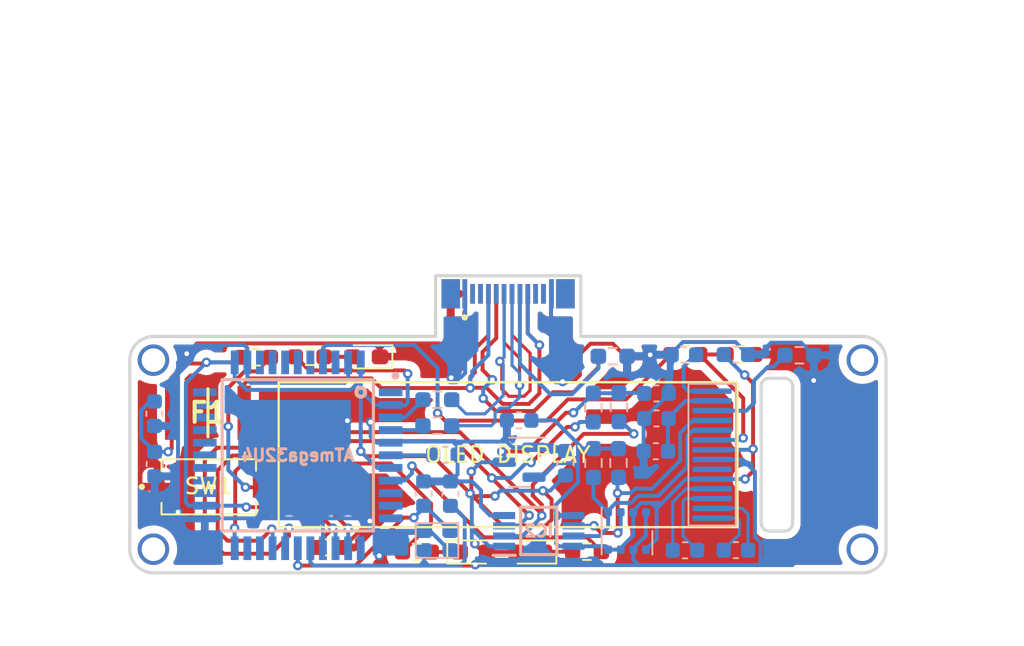
<source format=kicad_pcb>
(kicad_pcb (version 20211014) (generator pcbnew)
  (layers (0 "F.Cu" signal) (31 "B.Cu" signal) (34 "B.Paste" user) (35 "F.Paste" user) (36 "B.SilkS" user "B.Silkscreen") (37 "F.SilkS" user "F.Silkscreen") (38 "B.Mask" user) (39 "F.Mask" user) (44 "Edge.Cuts" user))
  (net 0 "")
  (net 1 "GND")
  (net 4 "Net-(F1-Pad1)")
  (net 5 "Net-(P1-PadA5)")
  (net 6 "D+")
  (net 7 "D-")
  (net 13 "Net-(P1-PadB5)")
  (net 17 "+5V")
  (net 18 "SCL 5V")
  (net 19 "SDA 5V")
  (net 20 "+3V3")
  (net 21 "SDA 3V3")
  (net 22 "SCL 3V3")
  (net 23 "RESET")
  (net 24 "Net-(D3-Pad1)")
  (net 25 "TXLED")
  (net 26 "Net-(D2-Pad1)")
  (net 27 "RXLED")
  (net 28 "Net-(R6-Pad1)")
  (net 29 "Net-(R5-Pad2)")
  (net 30 "Net-(D1-Pad2)")
  (net 31 "Net-(J1-Pad12)")
  (net 32 "XTAL1")
  (net 33 "XTAL2")
  (net 34 "C2+")
  (net 35 "C2-")
  (net 36 "C1+")
  (net 37 "C1-")
  (net 38 "Net-(C13-Pad1)")
  (net 39 "Net-(C15-Pad1)")
  (net 40 "Net-(C3-Pad1)")
  (net 42 "Net-(J1-Pad9)")
  (net 43 "RES#")
  (footprint "" (layer "F.Cu") (at 160.73934 97.86066)
    (fp_text reference "")
    (fp_text value "")
  )
  (footprint "Resistor_SMD:R_0603_1608Metric_Pad0.98x0.95mm_HandSolder" (layer "F.Cu") (at 132.46 98.04 180)
    (fp_text reference "R8" hide)
    (fp_text value "1.5kΩ" hide)
  )
  (footprint "Resistor_SMD:R_0603_1608Metric_Pad0.98x0.95mm_HandSolder" (layer "F.Cu") (at 153 85.5)
    (fp_text reference "R16" hide)
    (fp_text value "10kΩ" hide)
  )
  (footprint "" (layer "F.Cu") (at 160.73934 85.86066)
    (fp_text reference "")
    (fp_text value "")
  )
  (footprint "LED_SMD:LED_0603_1608Metric_Pad1.05x0.95mm_HandSolder" (layer "F.Cu") (at 129.2475 85.65 180)
    (fp_text reference "D1" hide)
    (fp_text value "LED RED" hide)
  )
  (footprint "Resistor_SMD:R_0603_1608Metric_Pad0.98x0.95mm_HandSolder" (layer "F.Cu") (at 143.26 98.02)
    (fp_text reference "R7" hide)
    (fp_text value "1.5kΩ" hide)
  )
  (footprint "Resistor_SMD:R_0603_1608Metric_Pad0.98x0.95mm_HandSolder" (layer "F.Cu") (at 122.25 85.68)
    (fp_text reference "R4" hide)
    (fp_text value "4k7Ω" hide)
  )
  (footprint "" (layer "F.Cu") (at 115.73934 97.86066)
    (fp_text reference "")
    (fp_text value "")
  )
  (footprint "Resistor_SMD:R_0603_1608Metric_Pad0.98x0.95mm_HandSolder" (layer "F.Cu") (at 125.6575 85.65 180)
    (fp_text reference "R3" hide)
    (fp_text value "1.5kΩ" hide)
  )
  (footprint "LED_SMD:LED_0603_1608Metric_Pad1.05x0.95mm_HandSolder" (layer "F.Cu") (at 139.65 98.04 180)
    (fp_text reference "D2" hide)
    (fp_text value "LED GREEN RX" hide)
  )
  (footprint "LED_SMD:LED_0603_1608Metric_Pad1.05x0.95mm_HandSolder" (layer "F.Cu") (at 136.05 98.04)
    (fp_text reference "D3" hide)
    (fp_text value "LED GREEN TX" hide)
  )
  (footprint "Capacitor_SMD:C_0603_1608Metric" (layer "F.Cu") (at 126.82 97.75)
    (fp_text reference "C2" hide)
    (fp_text value "100nF" hide)
  )
  (footprint "Resistor_SMD:R_0603_1608Metric_Pad0.98x0.95mm_HandSolder" (layer "F.Cu") (at 144.89 85.62 180)
    (fp_text reference "R2" hide)
    (fp_text value "5k1Ω" hide)
  )
  (footprint "SW_PTS636_SM43J_SMTR_LFS:SW_PTS636_SM43J_SMTR_LFS" (layer "F.Cu") (at 119.25 93.9)
    (fp_text reference "SW1")
    (fp_text value "Reset" hide)
  )
  (footprint "MF-MSMF050-2:MF-MSMF050-2" (layer "F.Cu") (at 119.2 89.2 180)
    (fp_text reference "F1")
    (fp_text value "MF-MSMF050-2" hide)
  )
  (footprint "" (layer "F.Cu") (at 115.73934 85.86066)
    (fp_text reference "")
    (fp_text value "")
  )
  (footprint "CX60-24S-UNIT:CX60-24S-UNIT" (layer "F.Cu") (at 138.25 81.65 180)
    (fp_text reference "P1" hide)
    (fp_text value "USB_C_Plug" hide)
  )
  (footprint "Resistor_SMD:R_0603_1608Metric_Pad0.98x0.95mm_HandSolder" (layer "F.Cu") (at 149.5 85.5)
    (fp_text reference "R15" hide)
    (fp_text value "5.1kΩ" hide)
  )
  (footprint "Resistor_SMD:R_0603_1608Metric_Pad0.98x0.95mm_HandSolder" (layer "B.Cu") (at 133.76 88.37 180)
    (fp_text reference "R5" hide)
    (fp_text value "22Ω" hide)
  )
  (footprint "Package_TO_SOT_SMD:SOT-23" (layer "B.Cu") (at 138.96 92.34 180)
    (fp_text reference "U2" hide)
    (fp_text value "MCP1700T-3302E/TT" hide)
  )
  (footprint "Capacitor_SMD:C_0603_1608Metric" (layer "B.Cu") (at 147.67 89.56 180)
    (fp_text reference "C13" hide)
    (fp_text value "100nF" hide)
  )
  (footprint "Resistor_SMD:R_0603_1608Metric_Pad0.98x0.95mm_HandSolder" (layer "B.Cu") (at 143.66 88.87 -90)
    (fp_text reference "R10" hide)
    (fp_text value "4k7Ω" hide)
  )
  (footprint "Capacitor_SMD:C_0603_1608Metric" (layer "B.Cu") (at 115.82 92.46 -90)
    (fp_text reference "C5" hide)
    (fp_text value "10µF" hide)
  )
  (footprint "Capacitor_SMD:C_0603_1608Metric" (layer "B.Cu") (at 149.48 97.93 180)
    (fp_text reference "C11" hide)
    (fp_text value "1µF" hide)
  )
  (footprint "EA_W096016-XALW:EA_W096016-XALW" (layer "B.Cu") (at 151.2 91.55)
    (fp_text reference "J1" hide)
    (fp_text value "EA W096016-XALW" hide)
  )
  (footprint "Capacitor_SMD:C_0603_1608Metric" (layer "B.Cu") (at 134.27 91.87)
    (fp_text reference "C3" hide)
    (fp_text value "1µF" hide)
  )
  (footprint "Resistor_SMD:R_0603_1608Metric_Pad0.98x0.95mm_HandSolder" (layer "B.Cu") (at 144.9 85.61 180)
    (fp_text reference "R1" hide)
    (fp_text value "5k1Ω" hide)
  )
  (footprint "Resistor_SMD:R_0603_1608Metric_Pad0.98x0.95mm_HandSolder" (layer "B.Cu") (at 156.74 85.55)
    (fp_text reference "R14" hide)
    (fp_text value "910kΩ" hide)
  )
  (footprint "Capacitor_SMD:C_0603_1608Metric" (layer "B.Cu") (at 147.67 87.97)
    (fp_text reference "C1" hide)
    (fp_text value "10µF" hide)
  )
  (footprint "Capacitor_SMD:C_0603_1608Metric" (layer "B.Cu") (at 132.889817 94.333 90)
    (fp_text reference "C6" hide)
    (fp_text value "22pF" hide)
  )
  (footprint "Capacitor_SMD:C_0603_1608Metric" (layer "B.Cu") (at 134.589817 94.333 90)
    (fp_text reference "C7" hide)
    (fp_text value "22pF" hide)
  )
  (footprint "Resistor_SMD:R_0603_1608Metric_Pad0.98x0.95mm_HandSolder" (layer "B.Cu") (at 143.67 92.39 -90)
    (fp_text reference "R12" hide)
    (fp_text value "4k7Ω" hide)
  )
  (footprint "LFXTAL071268:LFXTAL071268" (layer "B.Cu") (at 133.689817 97.208 180)
    (fp_text reference "XTAL1" hide)
    (fp_text value "LFXTAL071268" hide)
  )
  (footprint "Resistor_SMD:R_0603_1608Metric_Pad0.98x0.95mm_HandSolder" (layer "B.Cu") (at 145.29 88.85 -90)
    (fp_text reference "R9" hide)
    (fp_text value "4k7Ω" hide)
  )
  (footprint "Capacitor_SMD:C_0603_1608Metric" (layer "B.Cu") (at 115.8 89.26 -90)
    (fp_text reference "C4" hide)
    (fp_text value "100nF" hide)
  )
  (footprint "Capacitor_SMD:C_0603_1608Metric" (layer "B.Cu") (at 141.89 92.4 90)
    (fp_text reference "C8" hide)
    (fp_text value "1µF" hide)
  )
  (footprint "Capacitor_SMD:C_0603_1608Metric" (layer "B.Cu") (at 152.71 85.51)
    (fp_text reference "C12" hide)
    (fp_text value "1µF" hide)
  )
  (footprint "Capacitor_SMD:C_0603_1608Metric" (layer "B.Cu") (at 149.41 85.52 180)
    (fp_text reference "C15" hide)
    (fp_text value "10µF" hide)
  )
  (footprint "ATMEGA32U4-AU:ATMEGA32U4-AU" (layer "B.Cu") (at 124.9 91.9 180)
    (fp_text reference "ATmega32U4")
    (fp_text value "ATMEGA32U4-AU" hide)
  )
  (footprint "TCA9517ADGKR:TCA9517ADGKR" (layer "B.Cu") (at 140.2 96.7)
    (fp_text reference "IC2")
    (fp_text value "TCA9517ADGKR" hide)
  )
  (footprint "Package_LGA:Bosch_LGA-8_3x3mm_P0.8mm_ClockwisePinNumbering" (layer "B.Cu") (at 145.8 96.7 180)
    (fp_text reference "U3" hide)
    (fp_text value "BME680" hide)
  )
  (footprint "Resistor_SMD:R_0603_1608Metric_Pad0.98x0.95mm_HandSolder" (layer "B.Cu") (at 133.76 90.02)
    (fp_text reference "R6" hide)
    (fp_text value "22Ω" hide)
  )
  (footprint "Capacitor_SMD:C_0603_1608Metric" (layer "B.Cu") (at 152.71 97.92)
    (fp_text reference "C10" hide)
    (fp_text value "1µF" hide)
  )
  (footprint "Capacitor_SMD:C_0603_1608Metric" (layer "B.Cu") (at 138.95 89.68 180)
    (fp_text reference "C9" hide)
    (fp_text value "1µF" hide)
  )
  (footprint "Capacitor_SMD:C_0603_1608Metric" (layer "B.Cu") (at 147.63 91.64 180)
    (fp_text reference "C14" hide)
    (fp_text value "10µF" hide)
  )
  (footprint "Resistor_SMD:R_0603_1608Metric_Pad0.98x0.95mm_HandSolder" (layer "B.Cu") (at 145.26 92.39 -90)
    (fp_text reference "R11" hide)
    (fp_text value "4k7Ω" hide)
  )
  (gr_rect (start 123.68934 87.26066) (end 152.81434 96.46066) (layer "F.SilkS") (width 0.15) (fill none))
  (gr_arc (start 154.31434 87.51066) (mid 154.460787 87.157107) (end 154.81434 87.01066) (layer "Edge.Cuts") (width 0.2))
  (gr_line (start 142.87 84.355) (end 160.73934 84.36066) (layer "Edge.Cuts") (width 0.2))
  (gr_line (start 142.87 80.505) (end 142.87 84.355) (layer "Edge.Cuts") (width 0.2))
  (gr_line (start 162.23934 85.86066) (end 162.23934 97.86066) (layer "Edge.Cuts") (width 0.2))
  (gr_line (start 142.87 80.505) (end 133.65 80.5) (layer "Edge.Cuts") (width 0.2))
  (gr_arc (start 154.81434 96.71066) (mid 154.460787 96.564213) (end 154.31434 96.21066) (layer "Edge.Cuts") (width 0.2))
  (gr_line (start 155.81434 96.71066) (end 154.81434 96.71066) (layer "Edge.Cuts") (width 0.2))
  (gr_line (start 156.31434 87.51066) (end 156.31434 96.21066) (layer "Edge.Cuts") (width 0.2))
  (gr_line (start 154.81434 87.01066) (end 155.81434 87.01066) (layer "Edge.Cuts") (width 0.2))
  (gr_line (start 115.73 84.36066) (end 133.65 84.35) (layer "Edge.Cuts") (width 0.2))
  (gr_arc (start 155.81434 87.01066) (mid 156.167893 87.157107) (end 156.31434 87.51066) (layer "Edge.Cuts") (width 0.2))
  (gr_arc (start 115.73934 99.36066) (mid 114.67868 98.92132) (end 114.23934 97.86066) (layer "Edge.Cuts") (width 0.2))
  (gr_line (start 133.65 80.5) (end 133.65 84.35) (layer "Edge.Cuts") (width 0.2))
  (gr_arc (start 114.23934 85.86066) (mid 114.67868 84.8) (end 115.73934 84.36066) (layer "Edge.Cuts") (width 0.2))
  (gr_arc (start 156.31434 96.21066) (mid 156.167893 96.564213) (end 155.81434 96.71066) (layer "Edge.Cuts") (width 0.2))
  (gr_arc (start 160.73934 84.36066) (mid 161.8 84.8) (end 162.23934 85.86066) (layer "Edge.Cuts") (width 0.2))
  (gr_line (start 160.73934 99.36066) (end 115.73934 99.36066) (layer "Edge.Cuts") (width 0.2))
  (gr_line (start 114.23934 85.86066) (end 114.23934 97.86066) (layer "Edge.Cuts") (width 0.2))
  (gr_arc (start 162.23934 97.86066) (mid 161.8 98.92132) (end 160.73934 99.36066) (layer "Edge.Cuts") (width 0.2))
  (gr_line (start 154.31434 96.21066) (end 154.31434 87.51066) (layer "Edge.Cuts") (width 0.2))
  (gr_text "OLED DISPLAY" (at 138.23934 91.86066) (layer "F.SilkS") (effects (font (size 1 1))))
  (segment (start 130.46 84.8) (end 130.14 84.8) (width 0.25) (layer "F.Cu") (net 1))
  (segment (start 130.14 84.8) (end 129.74 84.8) (width 0.25) (layer "F.Cu") (net 1))
  (segment (start 130.1225 85.65) (end 130.1225 85.1025) (width 0.25) (layer "F.Cu") (net 1))
  (segment (start 133.9 84.8) (end 130.46 84.8) (width 0.25) (layer "F.Cu") (net 1))
  (segment (start 144.9 84.82) (end 143.47 84.82) (width 0.25) (layer "F.Cu") (net 1))
  (segment (start 134.61 85.55) (end 134.61 85.51) (width 0.25) (layer "F.Cu") (net 1))
  (segment (start 142.805 85.485) (end 142.805 86.815) (width 0.25) (layer "F.Cu") (net 1))
  (segment (start 130.1225 84.8175) (end 130.14 84.8) (width 0.25) (layer "F.Cu") (net 1))
  (segment (start 145.8025 85.62) (end 147.17 85.62) (width 0.25) (layer "F.Cu") (net 1))
  (segment (start 130.1225 85.1025) (end 130.1575 85.1025) (width 0.25) (layer "F.Cu") (net 1))
  (segment (start 142.805 86.815) (end 142.4 87.22) (width 0.25) (layer "F.Cu") (net 1))
  (segment (start 130.1575 85.1025) (end 130.46 84.8) (width 0.25) (layer "F.Cu") (net 1))
  (segment (start 128.05 89.7) (end 129.4345 89.7) (width 0.25) (layer "F.Cu") (net 1))
  (segment (start 130.0425 85.1025) (end 129.74 84.8) (width 0.25) (layer "F.Cu") (net 1))
  (segment (start 157.6525 86.6525) (end 157.6525 87.1525) (width 0.25) (layer "F.Cu") (net 1))
  (segment (start 130.1575 85.1025) (end 130.0425 85.1025) (width 0.25) (layer "F.Cu") (net 1))
  (segment (start 130.63 98.9) (end 130.07 98.34) (width 0.25) (layer "F.Cu") (net 1))
  (segment (start 156.5 85.5) (end 157.6525 86.6525) (width 0.25) (layer "F.Cu") (net 1))
  (segment (start 141.395 87.22) (end 140.975 86.8) (width 0.25) (layer "F.Cu") (net 1))
  (segment (start 136.110726 98.9) (end 130.63 98.9) (width 0.25) (layer "F.Cu") (net 1))
  (segment (start 145.7 85.62) (end 144.9 84.82) (width 0.25) (layer "F.Cu") (net 1))
  (segment (start 134.61 81.65) (end 135.5 81.65) (width 0.25) (layer "F.Cu") (net 1))
  (segment (start 127.595 97.75) (end 127.79 97.75) (width 0.25) (layer "F.Cu") (net 1))
  (segment (start 129.74 84.8) (end 118.5 84.8) (width 0.25) (layer "F.Cu") (net 1))
  (segment (start 130.07 98.34) (end 130.07 98.2755) (width 0.25) (layer "F.Cu") (net 1))
  (segment (start 118.5 84.8) (end 117.85 85.45) (width 0.25) (layer "F.Cu") (net 1))
  (segment (start 145.8025 85.62) (end 145.7 85.62) (width 0.25) (layer "F.Cu") (net 1))
  (segment (start 116 94.2) (end 117.3 95.5) (width 0.25) (layer "F.Cu") (net 1))
  (segment (start 136.166427 98.844299) (end 136.110726 98.9) (width 0.25) (layer "F.Cu") (net 1))
  (segment (start 134.61 85.51) (end 133.9 84.8) (width 0.25) (layer "F.Cu") (net 1))
  (segment (start 116 93.9) (end 116 94.2) (width 0.25) (layer "F.Cu") (net 1))
  (segment (start 134.61 86.944502) (end 134.64 86.974502) (width 0.25) (layer "F.Cu") (net 1))
  (segment (start 134.61 85.55) (end 134.61 86.944502) (width 0.25) (layer "F.Cu") (net 1))
  (segment (start 142.4 87.22) (end 141.71 87.22) (width 0.25) (layer "F.Cu") (net 1))
  (segment (start 141.71 87.22) (end 141.395 87.22) (width 0.25) (layer "F.Cu") (net 1))
  (segment (start 143.47 84.82) (end 142.805 85.485) (width 0.25) (layer "F.Cu") (net 1))
  (segment (start 130.1225 85.1025) (end 130.1225 84.8175) (width 0.25) (layer "F.Cu") (net 1))
  (segment (start 129.4345 89.7) (end 129.5245 89.79) (width 0.25) (layer "F.Cu") (net 1))
  (segment (start 127.79 97.75) (end 129.47 96.07) (width 0.25) (layer "F.Cu") (net 1))
  (segment (start 134.61 85.55) (end 134.61 81.65) (width 0.25) (layer "F.Cu") (net 1))
  (segment (start 147.17 85.62) (end 147.27 85.52) (width 0.25) (layer "F.Cu") (net 1))
  (segment (start 153.9125 85.5) (end 156.5 85.5) (width 0.25) (layer "F.Cu") (net 1))
  (segment (start 140.975 86.8) (end 140.975 81.65) (width 0.25) (layer "F.Cu") (net 1))
  (via (at 129.47 96.07) (size 0.6) (drill 0.3) (layers "F.Cu" "B.Cu") (net 1))
  (via (at 134.64 86.974502) (size 0.6) (drill 0.3) (layers "F.Cu" "B.Cu") (net 1))
  (via (at 117.3 95.5) (size 0.6) (drill 0.3) (layers "F.Cu" "B.Cu") (net 1))
  (via (at 128.05 89.7) (size 0.6) (drill 0.3) (layers "F.Cu" "B.Cu") (net 1))
  (via (at 141.71 87.22) (size 0.6) (drill 0.3) (layers "F.Cu" "B.Cu") (net 1))
  (via (at 157.6525 87.1525) (size 0.6) (drill 0.3) (layers "F.Cu" "B.Cu") (net 1))
  (via (at 117.85 85.45) (size 0.6) (drill 0.3) (layers "F.Cu" "B.Cu") (net 1))
  (via (at 129.5245 89.79) (size 0.6) (drill 0.3) (layers "F.Cu" "B.Cu") (net 1))
  (via (at 147.27 85.52) (size 0.6) (drill 0.3) (layers "F.Cu" "B.Cu") (net 1))
  (via (at 130.07 98.2755) (size 0.6) (drill 0.3) (layers "F.Cu" "B.Cu") (net 1))
  (via (at 136.166427 98.844299) (size 0.6) (drill 0.3) (layers "F.Cu" "B.Cu") (net 1))
  (segment (start 154.28 98.72) (end 154.13 98.87) (width 0.25) (layer "B.Cu") (net 1))
  (segment (start 135.525 86.685) (end 135.525 81.65) (width 0.25) (layer "B.Cu") (net 1))
  (segment (start 138.16 91.03) (end 138.52 91.39) (width 0.25) (layer "B.Cu") (net 1))
  (segment (start 148.635 85.425) (end 149.35 84.71) (width 0.25) (layer "B.Cu") (net 1))
  (segment (start 130.33 96.7) (end 130.34 96.7) (width 0.25) (layer "B.Cu") (net 1))
  (segment (start 126.1 95.9) (end 126.18 95.9) (width 0.25) (layer "B.Cu") (net 1))
  (segment (start 132.927817 96.7) (end 130.34 96.7) (width 0.25) (layer "B.Cu") (net 1))
  (segment (start 153.92 97.07) (end 154.28 97.43) (width 0.25) (layer "B.Cu") (net 1))
  (segment (start 134.77 91.06) (end 134.77 91.03) (width 0.25) (layer "B.Cu") (net 1))
  (segment (start 115.82 93.235) (end 117.025 93.235) (width 0.25) (layer "B.Cu") (net 1))
  (segment (start 117.3 93.29) (end 117.3 93.53) (width 0.25) (layer "B.Cu") (net 1))
  (segment (start 121.7 87.1) (end 121.9 87.3) (width 0.25) (layer "B.Cu") (net 1))
  (segment (start 121.5 84.9) (end 118.4 84.9) (width 0.25) (layer "B.Cu") (net 1))
  (segment (start 117.045 90.035) (end 117.3 90.29) (width 0.25) (layer "B.Cu") (net 1))
  (segment (start 154.18 85.51) (end 154.94 84.75) (width 0.25) (layer "B.Cu") (net 1))
  (segment (start 147.27 85.52) (end 145.9025 85.52) (width 0.25) (layer "B.Cu") (net 1))
  (segment (start 134.41 91.03) (end 130.87 91.03) (width 0.25) (layer "B.Cu") (net 1))
  (segment (start 148.635 85.52) (end 147.27 85.52) (width 0.25) (layer "B.Cu") (net 1))
  (segment (start 140.975 86.815) (end 140.975 81.65) (width 0.25) (layer "B.Cu") (net 1))
  (segment (start 117.3 89.78) (end 117.3 90.11) (width 0.25) (layer "B.Cu") (net 1))
  (segment (start 134.664502 86.95) (end 135.26 86.95) (width 0.25) (layer "B.Cu") (net 1))
  (segment (start 130.87 91.03) (end 130.8 91.1) (width 0.25) (layer "B.Cu") (net 1))
  (segment (start 117.025 93.235) (end 117.3 93.51) (width 0.25) (layer "B.Cu") (net 1))
  (segment (start 157.6525 87.1525) (end 157.6525 97.5175) (width 0.25) (layer "B.Cu") (net 1))
  (segment (start 146.56 98.87) (end 136.192128 98.87) (width 0.25) (layer "B.Cu") (net 1))
  (segment (start 130.07 96.96) (end 130.07 96.73) (width 0.25) (layer "B.Cu") (net 1))
  (segment (start 116.985 90.035) (end 117.225 90.035) (width 0.25) (layer "B.Cu") (net 1))
  (segment (start 146.2 97.788604) (end 146.2 97.8875) (width 0.25) (layer "B.Cu") (net 1))
  (segment (start 135.045 91.335) (end 134.77 91.06) (width 0.25) (layer "B.Cu") (net 1))
  (segment (start 128.1 87.1) (end 128.1 86) (width 0.25) (layer "B.Cu") (net 1))
  (segment (start 148.445 87.97) (end 148.445 88.01) (width 0.25) (layer "B.Cu") (net 1))
  (segment (start 152.685 84.71) (end 153.485 85.51) (width 0.25) (layer "B.Cu") (net 1))
  (segment (start 117.045 90.035) (end 116.985 90.035) (width 0.25) (layer "B.Cu") (net 1))
  (segment (start 135.38 91.03) (end 137.87 91.03) (width 0.25) (layer "B.Cu") (net 1))
  (segment (start 141.38 87.22) (end 140.975 86.815) (width 0.25) (layer "B.Cu") (net 1))
  (segment (start 117.3 89.78) (end 117.045 90.035) (width 0.25) (layer "B.Cu") (net 1))
  (segment (start 148.445 88.01) (end 146.895 89.56) (width 0.25) (layer "B.Cu") (net 1))
  (segment (start 121.7 86) (end 121.7 87.1) (width 0.25) (layer "B.Cu") (net 1))
  (segment (start 157.6525 97.5175) (end 156.3 98.87) (width 0.25) (layer "B.Cu") (net 1))
  (segment (start 145.9025 85.52) (end 145.8125 85.61) (width 0.25) (layer "B.Cu") (net 1))
  (segment (start 117.3 86) (end 117.3 89.78) (width 0.25) (layer "B.Cu") (net 1))
  (segment (start 127.9 87.3) (end 128.1 87.1) (width 0.25) (layer "B.Cu") (net 1))
  (segment (start 154.13 98.87) (end 153.98 98.87) (width 0.25) (layer "B.Cu") (net 1))
  (segment (start 135.045 91.335) (end 135.35 91.03) (width 0.25) (layer "B.Cu") (net 1))
  (segment (start 136.53 94.126116) (end 136.53 95.15) (width 0.25) (layer "B.Cu") (net 1))
  (segment (start 126.5 96.22) (end 126.5 97.8) (width 0.25) (layer "B.Cu") (net 1))
  (segment (start 147 95.5125) (end 147 96.988604) (width 0.25) (layer "B.Cu") (net 1))
  (segment (start 132.889817 93.558) (end 134.589817 93.558) (width 0.25) (layer "B.Cu") (net 1))
  (segment (start 153.92 92.95) (end 153.92 97.07) (width 0.25) (layer "B.Cu") (net 1))
  (segment (start 135.045 91.045) (end 135.06 91.03) (width 0.25) (layer "B.Cu") (net 1))
  (segment (start 117.3 90.3) (end 117.3 92.82) (width 0.25) (layer "B.Cu") (net 1))
  (segment (start 156.3 98.87) (end 153.98 98.87) (width 0.25) (layer "B.Cu") (net 1))
  (segment (start 146.855 89.6) (end 146.895 89.56) (width 0.25) (layer "B.Cu") (net 1))
  (segment (start 129.5245 89.79) (end 129.5245 90.7245) (width 0.25) (layer "B.Cu") (net 1))
  (segment (start 139.8975 91.39) (end 141.655 91.39) (width 0.25) (layer "B.Cu") (net 1))
  (segment (start 126.18 95.9) (end 126.5 96.22) (width 0.25) (layer "B.Cu") (net 1))
  (segment (start 148.445 87.97) (end 148.445 85.71) (width 0.25) (layer "B.Cu") (net 1))
  (segment (start 130.34 96.7) (end 130.1 96.7) (width 0.25) (layer "B.Cu") (net 1))
  (segment (start 129.3 95.9) (end 126.1 95.9) (width 0.25) (layer "B.Cu") (net 1))
  (segment (start 147 96.988604) (end 146.2 97.788604) (width 0.25) (layer "B.Cu") (net 1))
  (segment (start 137.87 91.03) (end 138.16 91.03) (width 0.25) (layer "B.Cu") (net 1))
  (segment (start 129.9 91.1) (end 130.8 91.1) (width 0.25) (layer "B.Cu") (net 1))
  (segment (start 141.71 87.22) (end 141.38 87.22) (width 0.25) (layer "B.Cu") (net 1))
  (segment (start 117.3 92.82) (end 117.3 93.29) (width 0.25) (layer "B.Cu") (net 1))
  (segment (start 136.53 95.15) (end 137.105 95.725) (width 0.25) (layer "B.Cu") (net 1))
  (segment (start 137.87 90.95) (end 138.16 90.66) (width 0.25) (layer "B.Cu") (net 1))
  (segment (start 118.4 84.9) (end 117.85 85.45) (width 0.25) (layer "B.Cu") (net 1))
  (segment (start 146.2 98.51) (end 146.2 97.8875) (width 0.25) (layer "B.Cu") (net 1))
  (segment (start 137.105 95.725) (end 138 95.725) (width 0.25) (layer "B.Cu") (net 1))
  (segment (start 146.56 98.87) (end 146.2 98.51) (width 0.25) (layer "B.Cu") (net 1))
  (segment (start 117.3 93.51) (end 117.3 93.53) (width 0.25) (layer "B.Cu") (net 1))
  (segment (start 137.87 91.03) (end 137.87 90.95) (width 0.25) (layer "B.Cu") (net 1))
  (segment (start 135.961884 93.558) (end 136.53 94.126116) (width 0.25) (layer "B.Cu") (net 1))
  (segment (start 117.85 85.45) (end 117.3 86) (width 0.25) (layer "B.Cu") (net 1))
  (segment (start 138.175 89.68) (end 138.16 89.695) (width 0.25) (layer "B.Cu") (net 1))
  (segment (start 134.41 91.03) (end 134.77 91.03) (width 0.25) (layer "B.Cu") (net 1))
  (segment (start 135.045 93.102817) (end 134.589817 93.558) (width 0.25) (layer "B.Cu") (net 1))
  (segment (start 153.14 92.17) (end 153.92 92.95) (width 0.25) (layer "B.Cu") (net 1))
  (segment (start 133.3 96.7) (end 134.525 97.925) (width 0.25) (layer "B.Cu") (net 1))
  (segment (start 130.07 96.96) (end 130.33 96.7) (width 0.25) (layer "B.Cu") (net 1))
  (segment (start 135.045 91.335) (end 135.045 91.045) (width 0.25) (layer "B.Cu") (net 1))
  (segment (start 132.927817 96.7) (end 133.3 96.7) (width 0.25) (layer "B.Cu") (net 1))
  (segment (start 135.06 91.03) (end 135.38 91.03) (width 0.25) (layer "B.Cu") (net 1))
  (segment (start 117.3 90.29) (end 117.3 90.3) (width 0.25) (layer "B.Cu") (net 1))
  (segment (start 117.7 95.9) (end 119 95.9) (width 0.25) (layer "B.Cu") (net 1))
  (segment (start 129.47 96.07) (end 129.3 95.9) (width 0.25) (layer "B.Cu") (net 1))
  (segment (start 117.3 90.11) (end 117.3 90.3) (width 0.25) (layer "B.Cu") (net 1))
  (segment (start 154.94 84.75) (end 156.8525 84.75) (width 0.25) (layer "B.Cu") (net 1))
  (segment (start 151.2 92.17) (end 153.14 92.17) (width 0.25) (layer "B.Cu") (net 1))
  (segment (start 138.52 91.39) (end 139.8975 91.39) (width 0.25) (layer "B.Cu") (net 1))
  (segment (start 146.855 91.64) (end 146.855 89.6) (width 0.25) (layer "B.Cu") (net 1))
  (segment (start 136.192128 98.87) (end 136.166427 98.844299) (width 0.25) (layer "B.Cu") (net 1))
  (segment (start 130.1 96.7) (end 129.47 96.07) (width 0.25) (layer "B.Cu") (net 1))
  (segment (start 121.9 87.3) (end 127.9 87.3) (width 0.25) (layer "B.Cu") (net 1))
  (segment (start 117.245 93.235) (end 117.3 93.29) (width 0.25) (layer "B.Cu") (net 1))
  (segment (start 153.485 85.51) (end 154.18 85.51) (width 0.25) (layer "B.Cu") (net 1))
  (segment (start 117.225 90.035) (end 117.3 90.11) (width 0.25) (layer "B.Cu") (net 1))
  (segment (start 135.35 91.03) (end 135.38 91.03) (width 0.25) (layer "B.Cu") (net 1))
  (segment (start 130.07 96.73) (end 130.1 96.7) (width 0.25) (layer "B.Cu") (net 1))
  (segment (start 129.47 96.07) (end 128.05 94.65) (width 0.25) (layer "B.Cu") (net 1))
  (segment (start 154.28 97.43) (end 154.28 98.72) (width 0.25) (layer "B.Cu") (net 1))
  (segment (start 148.635 85.52) (end 148.635 85.425) (width 0.25) (layer "B.Cu") (net 1))
  (segment (start 117.025 93.235) (end 117.245 93.235) (width 0.25) (layer "B.Cu") (net 1))
  (segment (start 115.8 90.035) (end 116.985 90.035) (width 0.25) (layer "B.Cu") (net 1))
  (segment (start 129.5245 90.7245) (end 129.9 91.1) (width 0.25) (layer "B.Cu") (net 1))
  (segment (start 156.8525 84.75) (end 157.6525 85.55) (width 0.25) (layer "B.Cu") (net 1))
  (segment (start 138.16 89.695) (end 138.16 90.66) (width 0.25) (layer "B.Cu") (net 1))
  (segment (start 149.35 84.71) (end 152.685 84.71) (width 0.25) (layer "B.Cu") (net 1))
  (segment (start 130.07 98.2755) (end 130.07 96.96) (width 0.25) (layer "B.Cu") (net 1))
  (segment (start 138.16 90.66) (end 138.16 91.03) (width 0.25) (layer "B.Cu") (net 1))
  (segment (start 135.045 91.87) (end 135.045 91.335) (width 0.25) (layer "B.Cu") (net 1))
  (segment (start 135.26 86.95) (end 135.525 86.685) (width 0.25) (layer "B.Cu") (net 1))
  (segment (start 134.525 97.925) (end 134.577817 97.925) (width 0.25) (layer "B.Cu") (net 1))
  (segment (start 141.655 91.39) (end 141.89 91.625) (width 0.25) (layer "B.Cu") (net 1))
  (segment (start 157.6525 85.55) (end 157.6525 87.1525) (width 0.25) (layer "B.Cu") (net 1))
  (segment (start 148.445 85.71) (end 148.635 85.52) (width 0.25) (layer "B.Cu") (net 1))
  (segment (start 119 95.9) (end 126.1 95.9) (width 0.25) (layer "B.Cu") (net 1))
  (segment (start 134.77 91.03) (end 135.06 91.03) (width 0.25) (layer "B.Cu") (net 1))
  (segment (start 121.7 86) (end 121.7 85.1) (width 0.25) (layer "B.Cu") (net 1))
  (segment (start 117.3 95.5) (end 117.7 95.9) (width 0.25) (layer "B.Cu") (net 1))
  (segment (start 134.589817 93.558) (end 135.961884 93.558) (width 0.25) (layer "B.Cu") (net 1))
  (segment (start 117.3 93.53) (end 117.3 95.5) (width 0.25) (layer "B.Cu") (net 1))
  (segment (start 117.3 92.96) (end 117.3 92.82) (width 0.25) (layer "B.Cu") (net 1))
  (segment (start 134.64 86.974502) (end 134.664502 86.95) (width 0.25) (layer "B.Cu") (net 1))
  (segment (start 117.025 93.235) (end 117.3 92.96) (width 0.25) (layer "B.Cu") (net 1))
  (segment (start 128.05 94.65) (end 128.05 89.7) (width 0.25) (layer "B.Cu") (net 1))
  (segment (start 153.98 98.87) (end 146.56 98.87) (width 0.25) (layer "B.Cu") (net 1))
  (segment (start 121.7 85.1) (end 121.5 84.9) (width 0.25) (layer "B.Cu") (net 1))
  (segment (start 135.045 91.6) (end 135.045 93.102817) (width 0.25) (layer "B.Cu") (net 1))
  (segment (start 135.8625 87.6125) (end 135.8625 86.9175) (width 0.25) (layer "F.Cu") (net 4))
  (segment (start 121.5 87.38) (end 121.86 87.02) (width 0.25) (layer "F.Cu") (net 4))
  (segment (start 139.57 88.64) (end 137.903884 88.64) (width 0.25) (layer "F.Cu") (net 4))
  (segment (start 137 84.29) (end 137 81.65) (width 0.25) (layer "F.Cu") (net 4))
  (segment (start 139.5 84.16) (end 139.5 81.65) (width 0.25) (layer "F.Cu") (net 4))
  (segment (start 121.5 89.2) (end 121.5 87.38) (width 0.25) (layer "F.Cu") (net 4))
  (segment (start 140.24 84.9) (end 139.5 84.16) (width 0.25) (layer "F.Cu") (net 4))
  (segment (start 136.14 85.15) (end 137 84.29) (width 0.25) (layer "F.Cu") (net 4))
  (segment (start 129.58 87.02) (end 130.19 87.63) (width 0.25) (layer "F.Cu") (net 4))
  (segment (start 135.8625 87.6125) (end 135.845 87.63) (width 0.25) (layer "F.Cu") (net 4))
  (segment (start 136.876384 87.6125) (end 135.8625 87.6125) (width 0.25) (layer "F.Cu") (net 4))
  (segment (start 130.19 87.63) (end 135.845 87.63) (width 0.25) (layer "F.Cu") (net 4))
  (segment (start 140.24 87.97) (end 139.57 88.64) (width 0.25) (layer "F.Cu") (net 4))
  (segment (start 136.14 86.64) (end 136.14 85.15) (width 0.25) (layer "F.Cu") (net 4))
  (segment (start 137.903884 88.64) (end 136.876384 87.6125) (width 0.25) (layer "F.Cu") (net 4))
  (segment (start 121.86 87.02) (end 129.58 87.02) (width 0.25) (layer "F.Cu") (net 4))
  (segment (start 135.8625 86.9175) (end 136.14 86.64) (width 0.25) (layer "F.Cu") (net 4))
  (segment (start 140.24 84.9) (end 140.24 87.97) (width 0.25) (layer "F.Cu") (net 4))
  (via (at 135.845 87.63) (size 0.6) (drill 0.3) (layers "F.Cu" "B.Cu") (net 4))
  (via (at 140.24 84.9) (size 0.6) (drill 0.3) (layers "F.Cu" "B.Cu") (net 4))
  (segment (start 137 85.54) (end 137 81.65) (width 0.25) (layer "B.Cu") (net 4))
  (segment (start 135.975 86.565) (end 137 85.54) (width 0.25) (layer "B.Cu") (net 4))
  (segment (start 139.5 84.16) (end 139.5 81.65) (width 0.25) (layer "B.Cu") (net 4))
  (segment (start 140.24 84.9) (end 139.5 84.16) (width 0.25) (layer "B.Cu") (net 4))
  (segment (start 135.845 87.001396) (end 135.975 86.871396) (width 0.25) (layer "B.Cu") (net 4))
  (segment (start 135.845 87.63) (end 135.845 87.001396) (width 0.25) (layer "B.Cu") (net 4))
  (segment (start 135.975 86.871396) (end 135.975 86.565) (width 0.25) (layer "B.Cu") (net 4))
  (segment (start 143.9775 85.62) (end 143.9775 86.3225) (width 0.25) (layer "F.Cu") (net 5))
  (segment (start 141.1 87.9) (end 139.91 89.09) (width 0.25) (layer "F.Cu") (net 5))
  (segment (start 137.5 84.47) (end 137.5 81.65) (width 0.25) (layer "F.Cu") (net 5))
  (segment (start 136.63 86.482528) (end 136.63 85.34) (width 0.25) (layer "F.Cu") (net 5))
  (segment (start 137.47 89.09) (end 136.67 88.29) (width 0.25) (layer "F.Cu") (net 5))
  (segment (start 142.4 87.9) (end 141.1 87.9) (width 0.25) (layer "F.Cu") (net 5))
  (segment (start 139.91 89.09) (end 137.47 89.09) (width 0.25) (layer "F.Cu") (net 5))
  (segment (start 137.252825 87.105353) (end 136.63 86.482528) (width 0.25) (layer "F.Cu") (net 5))
  (segment (start 136.63 85.34) (end 137.5 84.47) (width 0.25) (layer "F.Cu") (net 5))
  (segment (start 143.9775 86.3225) (end 142.4 87.9) (width 0.25) (layer "F.Cu") (net 5))
  (via (at 136.67 88.29) (size 0.6) (drill 0.3) (layers "F.Cu" "B.Cu") (net 5))
  (via (at 137.252825 87.105353) (size 0.6) (drill 0.3) (layers "F.Cu" "B.Cu") (net 5))
  (segment (start 137.252825 87.105353) (end 136.67 87.688178) (width 0.25) (layer "B.Cu") (net 5))
  (segment (start 136.67 87.688178) (end 136.67 88.29) (width 0.25) (layer "B.Cu") (net 5))
  (segment (start 138.98 87.46) (end 138.98 85.73) (width 0.2) (layer "F.Cu") (net 6))
  (segment (start 138.98 85.73) (end 138 84.75) (width 0.2) (layer "F.Cu") (net 6))
  (segment (start 138 84.75) (end 138 81.65) (width 0.2) (layer "F.Cu") (net 6))
  (via (at 138.98 87.46) (size 0.6) (drill 0.3) (layers "F.Cu" "B.Cu") (net 6))
  (segment (start 137.18 90.02) (end 137.425 89.775) (width 0.2) (layer "B.Cu") (net 6))
  (segment (start 137.732538 88.905) (end 138.295 88.905) (width 0.2) (layer "B.Cu") (net 6))
  (segment (start 138.5 86.19104) (end 138.5 81.65) (width 0.2) (layer "B.Cu") (net 6))
  (segment (start 138.98 86.67104) (end 138.5 86.19104) (width 0.2) (layer "B.Cu") (net 6))
  (segment (start 138.98 88.22) (end 138.98 86.67104) (width 0.2) (layer "B.Cu") (net 6))
  (segment (start 134.6725 90.02) (end 137.18 90.02) (width 0.2) (layer "B.Cu") (net 6))
  (segment (start 137.425 89.775) (end 137.425 89.212538) (width 0.2) (layer "B.Cu") (net 6))
  (segment (start 138.295 88.905) (end 138.98 88.22) (width 0.2) (layer "B.Cu") (net 6))
  (segment (start 137.425 89.212538) (end 137.732538 88.905) (width 0.2) (layer "B.Cu") (net 6))
  (segment (start 139.2745 88.1555) (end 139.65 87.78) (width 0.2) (layer "F.Cu") (net 7))
  (segment (start 139.65 85.42) (end 138.5 84.27) (width 0.2) (layer "F.Cu") (net 7))
  (segment (start 138.5 84.27) (end 138.5 81.65) (width 0.2) (layer "F.Cu") (net 7))
  (segment (start 137.852825 86.062825) (end 137.852825 87.702825) (width 0.2) (layer "F.Cu") (net 7))
  (segment (start 139.65 87.78) (end 139.65 85.42) (width 0.2) (layer "F.Cu") (net 7))
  (segment (start 137.852825 87.702825) (end 138.3055 88.1555) (width 0.2) (layer "F.Cu") (net 7))
  (segment (start 138.3055 88.1555) (end 139.2745 88.1555) (width 0.2) (layer "F.Cu") (net 7))
  (segment (start 137.73 85.94) (end 137.852825 86.062825) (width 0.2) (layer "F.Cu") (net 7))
  (via (at 137.73 85.94) (size 0.6) (drill 0.3) (layers "F.Cu" "B.Cu") (net 7))
  (segment (start 136.78 89.27) (end 137.94 88.11) (width 0.2) (layer "B.Cu") (net 7))
  (segment (start 138 85.67) (end 138 81.65) (width 0.2) (layer "B.Cu") (net 7))
  (segment (start 137.94 88.11) (end 137.94 86.15) (width 0.2) (layer "B.Cu") (net 7))
  (segment (start 137.94 86.15) (end 137.73 85.94) (width 0.2) (layer "B.Cu") (net 7))
  (segment (start 135.58 89.27) (end 136.78 89.27) (width 0.2) (layer "B.Cu") (net 7))
  (segment (start 134.6725 88.37) (end 134.68 88.37) (width 0.2) (layer "B.Cu") (net 7))
  (segment (start 134.68 88.37) (end 135.58 89.27) (width 0.2) (layer "B.Cu") (net 7))
  (segment (start 137.73 85.94) (end 138 85.67) (width 0.2) (layer "B.Cu") (net 7))
  (segment (start 139 86.09) (end 139 81.65) (width 0.25) (layer "B.Cu") (net 13))
  (segment (start 142.309505 88.025) (end 140.935 88.025) (width 0.25) (layer "B.Cu") (net 13))
  (segment (start 143.215 87.145) (end 143.189505 87.145) (width 0.25) (layer "B.Cu") (net 13))
  (segment (start 143.9875 86.3725) (end 143.215 87.145) (width 0.25) (layer "B.Cu") (net 13))
  (segment (start 143.189505 87.145) (end 142.309505 88.025) (width 0.25) (layer "B.Cu") (net 13))
  (segment (start 143.9875 85.61) (end 143.9875 86.3725) (width 0.25) (layer "B.Cu") (net 13))
  (segment (start 140.935 88.025) (end 139 86.09) (width 0.25) (layer "B.Cu") (net 13))
  (segment (start 139.4655 91.6545) (end 137.848843 91.6545) (width 0.25) (layer "F.Cu") (net 17))
  (segment (start 116.6755 91.68) (end 116.9 91.4555) (width 0.25) (layer "F.Cu") (net 17))
  (segment (start 119.1 86) (end 121.0175 86) (width 0.25) (layer "F.Cu") (net 17))
  (segment (start 137.42 94.49) (end 136.01 94.49) (width 0.25) (layer "F.Cu") (net 17))
  (segment (start 141.014361 95.989437) (end 140.648245 96.355553) (width 0.25) (layer "F.Cu") (net 17))
  (segment (start 127.13 96.5245) (end 125.7955 95.19) (width 0.25) (layer "F.Cu") (net 17))
  (segment (start 135.84 94.32) (end 133.475 91.955) (width 0.25) (layer "F.Cu") (net 17))
  (segment (start 140.648245 96.355553) (end 137.875553 96.355553) (width 0.25) (layer "F.Cu") (net 17))
  (segment (start 133.475 91.955) (end 129.205 91.955) (width 0.25) (layer "F.Cu") (net 17))
  (segment (start 116.9 89.2) (end 116.9 86.96) (width 0.25) (layer "F.Cu") (net 17))
  (segment (start 126.045 97.75) (end 126.045 97.6095) (width 0.25) (layer "F.Cu") (net 17))
  (segment (start 135.916749 92.9335) (end 135.916749 94.243251) (width 0.25) (layer "F.Cu") (net 17))
  (segment (start 117.785 86.075) (end 119.025 86.075) (width 0.25) (layer "F.Cu") (net 17))
  (segment (start 131.67 86.51) (end 131.88 86.72) (width 0.25) (layer "F.Cu") (net 17))
  (segment (start 121.0175 86) (end 121.3375 85.68) (width 0.25) (layer "F.Cu") (net 17))
  (segment (start 136.925 98.04) (end 138.775 98.04) (width 0.25) (layer "F.Cu") (net 17))
  (segment (start 135.916749 94.243251) (end 135.84 94.32) (width 0.25) (layer "F.Cu") (net 17))
  (segment (start 136.925 98.04) (end 136.665494 98.04) (width 0.25) (layer "F.Cu") (net 17))
  (segment (start 136.665494 98.04) (end 136.141564 97.51607) (width 0.25) (layer "F.Cu") (net 17))
  (segment (start 141.014361 94.704361) (end 141.014361 95.989437) (width 0.25) (layer "F.Cu") (net 17))
  (segment (start 136.01 94.49) (end 135.84 94.32) (width 0.25) (layer "F.Cu") (net 17))
  (segment (start 141.92 89.2) (end 139.4655 91.6545) (width 0.25) (layer "F.Cu") (net 17))
  (segment (start 137.875553 96.355553) (end 135.84 94.32) (width 0.25) (layer "F.Cu") (net 17))
  (segment (start 124.77 85.65) (end 125.54 86.42) (width 0.25) (layer "F.Cu") (net 17))
  (segment (start 124.745 85.65) (end 124.77 85.65) (width 0.25) (layer "F.Cu") (net 17))
  (segment (start 125.54 86.42) (end 125.63 86.51) (width 0.25) (layer "F.Cu") (net 17))
  (segment (start 125.63 86.51) (end 129.75 86.51) (width 0.25) (layer "F.Cu") (net 17))
  (segment (start 119.025 86.075) (end 119.1 86) (width 0.25) (layer "F.Cu") (net 17))
  (segment (start 129.75 86.51) (end 131.67 86.51) (width 0.25) (layer "F.Cu") (net 17))
  (segment (start 125.7955 95.19) (end 121.63 95.19) (width 0.25) (layer "F.Cu") (net 17))
  (segment (start 116.9 86.96) (end 117.785 86.075) (width 0.25) (layer "F.Cu") (net 17))
  (segment (start 116.9 91.4555) (end 116.9 89.2) (width 0.25) (layer "F.Cu") (net 17))
  (segment (start 126.045 97.6095) (end 127.13 96.5245) (width 0.25) (layer "F.Cu") (net 17))
  (segment (start 142.4 89.2) (end 141.92 89.2) (width 0.25) (layer "F.Cu") (net 17))
  (segment (start 140.46 94.15) (end 141.014361 94.704361) (width 0.25) (layer "F.Cu") (net 17))
  (segment (start 129.205 91.955) (end 128.9 91.65) (width 0.25) (layer "F.Cu") (net 17))
  (via (at 142.4 89.2) (size 0.6) (drill 0.3) (layers "F.Cu" "B.Cu") (net 17))
  (via (at 137.848843 91.6545) (size 0.6) (drill 0.3) (layers "F.Cu" "B.Cu") (net 17))
  (via (at 135.84 94.32) (size 0.6) (drill 0.3) (layers "F.Cu" "B.Cu") (net 17))
  (via (at 140.46 94.15) (size 0.6) (drill 0.3) (layers "F.Cu" "B.Cu") (net 17))
  (via (at 119.1 86) (size 0.6) (drill 0.3) (layers "F.Cu" "B.Cu") (net 17))
  (via (at 127.13 96.5245) (size 0.6) (drill 0.3) (layers "F.Cu" "B.Cu") (net 17))
  (via (at 135.916749 92.9335) (size 0.6) (drill 0.3) (layers "F.Cu" "B.Cu") (net 17))
  (via (at 131.88 86.72) (size 0.6) (drill 0.3) (layers "F.Cu" "B.Cu") (net 17))
  (via (at 128.9 91.65) (size 0.6) (drill 0.3) (layers "F.Cu" "B.Cu") (net 17))
  (via (at 116.6755 91.68) (size 0.6) (drill 0.3) (layers "F.Cu" "B.Cu") (net 17))
  (via (at 136.141564 97.51607) (size 0.6) (drill 0.3) (layers "F.Cu" "B.Cu") (net 17))
  (via (at 121.63 95.19) (size 0.6) (drill 0.3) (layers "F.Cu" "B.Cu") (net 17))
  (via (at 137.42 94.49) (size 0.6) (drill 0.3) (layers "F.Cu" "B.Cu") (net 17))
  (segment (start 121.54 95.1) (end 119 95.1) (width 0.25) (layer "B.Cu") (net 17))
  (segment (start 146.8625 87.9375) (end 146.895 87.97) (width 0.25) (layer "B.Cu") (net 17))
  (segment (start 114.96 89.04) (end 114.96 90.825) (width 0.25) (layer "B.Cu") (net 17))
  (segment (start 118 95.1) (end 119 95.1) (width 0.25) (layer "B.Cu") (net 17))
  (segment (start 120.9 87) (end 121.65 87.75) (width 0.25) (layer "B.Cu") (net 17))
  (segment (start 117.8 94.9) (end 118 95.1) (width 0.25) (layer "B.Cu") (net 17))
  (segment (start 136.141564 97.51607) (end 135.95 97.324506) (width 0.25) (layer "B.Cu") (net 17))
  (segment (start 138.0225 92.34) (end 138.0225 91.828157) (width 0.25) (layer "B.Cu") (net 17))
  (segment (start 128.9 87.5) (end 128.9 86) (width 0.25) (layer "B.Cu") (net 17))
  (segment (start 138 97.675) (end 137.05 97.675) (width 0.25) (layer "B.Cu") (net 17))
  (segment (start 121.65 87.75) (end 128.268198 87.75) (width 0.25) (layer "B.Cu") (net 17))
  (segment (start 131.88 88.57) (end 131.71 88.74) (width 0.25) (layer "B.Cu") (net 17))
  (segment (start 138.0225 91.828157) (end 137.848843 91.6545) (width 0.25) (layer "B.Cu") (net 17))
  (segment (start 127.3 97.8) (end 127.3 96.6945) (width 0.25) (layer "B.Cu") (net 17))
  (segment (start 117.8 87.3) (end 117.8 94.9) (width 0.25) (layer "B.Cu") (net 17))
  (segment (start 116.6705 91.685) (end 116.6755 91.68) (width 0.25) (layer "B.Cu") (net 17))
  (segment (start 135.95 97.324506) (end 135.95 96.575) (width 0.25) (layer "B.Cu") (net 17))
  (segment (start 128.268198 87.75) (end 128.9 87.118198) (width 0.25) (layer "B.Cu") (net 17))
  (segment (start 120.9 86) (end 120.9 87) (width 0.25) (layer "B.Cu") (net 17))
  (segment (start 121.63 95.19) (end 121.54 95.1) (width 0.25) (layer "B.Cu") (net 17))
  (segment (start 142.4175 89.2) (end 143.66 87.9575) (width 0.25) (layer "B.Cu") (net 17))
  (segment (start 140.46 94.15) (end 140.915 94.15) (width 0.25) (layer "B.Cu") (net 17))
  (segment (start 140.46 94.15) (end 137.76 94.15) (width 0.25) (layer "B.Cu") (net 17))
  (segment (start 145.29 87.9375) (end 146.8625 87.9375) (width 0.25) (layer "B.Cu") (net 17))
  (segment (start 135.95 96.575) (end 135.95 94.43) (width 0.25) (layer "B.Cu") (net 17))
  (segment (start 115.8 88.485) (end 115.515 88.485) (width 0.25) (layer "B.Cu") (net 17))
  (segment (start 128.9 87.118198) (end 128.9 86) (width 0.25) (layer "B.Cu") (net 17))
  (segment (start 130.8 88.7) (end 129.8 88.7) (width 0.25) (layer "B.Cu") (net 17))
  (segment (start 140.915 94.15) (end 141.89 93.175) (width 0.25) (layer "B.Cu") (net 17))
  (segment (start 120.9 86) (end 119.1 86) (width 0.25) (layer "B.Cu") (net 17))
  (segment (start 114.96 90.825) (end 115.82 91.685) (width 0.25) (layer "B.Cu") (net 17))
  (segment (start 128.9 87.8) (end 128.9 87.5) (width 0.25) (layer "B.Cu") (net 17))
  (segment (start 138.0225 92.34) (end 136.510249 92.34) (width 0.25) (layer "B.Cu") (net 17))
  (segment (start 115.515 88.485) (end 114.96 89.04) (width 0.25) (layer "B.Cu") (net 17))
  (segment (start 130.8 92.7) (end 129.95 92.7) (width 0.25) (layer "B.Cu") (net 17))
  (segment (start 119.1 86) (end 117.8 87.3) (width 0.25) (layer "B.Cu") (net 17))
  (segment (start 143.66 87.9575) (end 145.27 87.9575) (width 0.25) (layer "B.Cu") (net 17))
  (segment (start 130.84 88.74) (end 130.8 88.7) (width 0.25) (layer "B.Cu") (net 17))
  (segment (start 137.05 97.675) (end 135.95 96.575) (width 0.25) (layer "B.Cu") (net 17))
  (segment (start 135.95 94.43) (end 135.84 94.32) (width 0.25) (layer "B.Cu") (net 17))
  (segment (start 131.88 86.72) (end 131.88 88.57) (width 0.25) (layer "B.Cu") (net 17))
  (segment (start 136.510249 92.34) (end 135.916749 92.9335) (width 0.25) (layer "B.Cu") (net 17))
  (segment (start 127.3 96.6945) (end 127.13 96.5245) (width 0.25) (layer "B.Cu") (net 17))
  (segment (start 129.95 92.7) (end 128.9 91.65) (width 0.25) (layer "B.Cu") (net 17))
  (segment (start 131.71 88.74) (end 130.84 88.74) (width 0.25) (layer "B.Cu") (net 17))
  (segment (start 129.8 88.7) (end 128.9 87.8) (width 0.25) (layer "B.Cu") (net 17))
  (segment (start 128.9 91.65) (end 128.9 87.5) (width 0.25) (layer "B.Cu") (net 17))
  (segment (start 145.27 87.9575) (end 145.29 87.9375) (width 0.25) (layer "B.Cu") (net 17))
  (segment (start 115.82 91.685) (end 116.6705 91.685) (width 0.25) (layer "B.Cu") (net 17))
  (segment (start 142.4 89.2) (end 142.4175 89.2) (width 0.25) (layer "B.Cu") (net 17))
  (segment (start 137.76 94.15) (end 137.42 94.49) (width 0.25) (layer "B.Cu") (net 17))
  (segment (start 140.389361 95.630977) (end 135.188384 90.43) (width 0.25) (layer "F.Cu") (net 18))
  (segment (start 146.23 90.54) (end 143.05 90.54) (width 0.25) (layer "F.Cu") (net 18))
  (segment (start 140.389361 95.730553) (end 140.389361 95.630977) (width 0.25) (layer "F.Cu") (net 18))
  (segment (start 140.389361 95.029361) (end 140.389361 95.730553) (width 0.25) (layer "F.Cu") (net 18))
  (segment (start 123.21 98.15) (end 124.34 97.02) (width 0.25) (layer "F.Cu") (net 18))
  (segment (start 119 96.96) (end 120.19 98.15) (width 0.25) (layer "F.Cu") (net 18))
  (segment (start 119 92.2) (end 119 96.96) (width 0.25) (layer "F.Cu") (net 18))
  (segment (start 143.05 90.54) (end 139.82 93.77) (width 0.25) (layer "F.Cu") (net 18))
  (segment (start 120.19 98.15) (end 123.21 98.15) (width 0.25) (layer "F.Cu") (net 18))
  (segment (start 139.82 94.46) (end 140.389361 95.029361) (width 0.25) (layer "F.Cu") (net 18))
  (segment (start 139.82 93.77) (end 139.82 94.46) (width 0.25) (layer "F.Cu") (net 18))
  (segment (start 119.78 91.42) (end 119 92.2) (width 0.25) (layer "F.Cu") (net 18))
  (segment (start 124.34 97.02) (end 124.34 96.5245) (width 0.25) (layer "F.Cu") (net 18))
  (segment (start 123.36 91.42) (end 119.78 91.42) (width 0.25) (layer "F.Cu") (net 18))
  (segment (start 135.188384 90.43) (end 124.35 90.43) (width 0.25) (layer "F.Cu") (net 18))
  (segment (start 124.35 90.43) (end 123.36 91.42) (width 0.25) (layer "F.Cu") (net 18))
  (via (at 146.23 90.54) (size 0.6) (drill 0.3) (layers "F.Cu" "B.Cu") (net 18))
  (via (at 124.34 96.5245) (size 0.6) (drill 0.3) (layers "F.Cu" "B.Cu") (net 18))
  (via (at 140.389361 95.730553) (size 0.6) (drill 0.3) (layers "F.Cu" "B.Cu") (net 18))
  (segment (start 140.389361 95.730553) (end 140.215 95.904914) (width 0.25) (layer "B.Cu") (net 18))
  (segment (start 140.215 95.974384) (end 139.164384 97.025) (width 0.25) (layer "B.Cu") (net 18))
  (segment (start 146.23 90.54) (end 145.4525 89.7625) (width 0.25) (layer "B.Cu") (net 18))
  (segment (start 124.1 97.8) (end 124.1 96.7645) (width 0.25) (layer "B.Cu") (net 18))
  (segment (start 139.164384 97.025) (end 138 97.025) (width 0.25) (layer "B.Cu") (net 18))
  (segment (start 124.1 96.7645) (end 124.34 96.5245) (width 0.25) (layer "B.Cu") (net 18))
  (segment (start 145.4525 89.7625) (end 145.29 89.7625) (width 0.25) (layer "B.Cu") (net 18))
  (segment (start 140.215 95.904914) (end 140.215 95.974384) (width 0.25) (layer "B.Cu") (net 18))
  (segment (start 139.74 92.36) (end 139.71 92.36) (width 0.25) (layer "F.Cu") (net 19))
  (segment (start 137.21225 93.33775) (end 139.59 95.7155) (width 0.25) (layer "F.Cu") (net 19))
  (segment (start 123.25 96.58) (end 122.51 97.32) (width 0.25) (layer "F.Cu") (net 19))
  (segment (start 119.82 92.85) (end 120.75 91.92) (width 0.25) (layer "F.Cu") (net 19))
  (segment (start 124.55 91) (end 134.8745 91) (width 0.25) (layer "F.Cu") (net 19))
  (segment (start 123.63 91.92) (end 124.55 91) (width 0.25) (layer "F.Cu") (net 19))
  (segment (start 120.44 97.32) (end 119.82 96.7) (width 0.25) (layer "F.Cu") (net 19))
  (segment (start 119.82 96.7) (end 119.82 92.85) (width 0.25) (layer "F.Cu") (net 19))
  (segment (start 120.75 91.92) (end 123.63 91.92) (width 0.25) (layer "F.Cu") (net 19))
  (segment (start 142.500497 90.099503) (end 142.000497 90.099503) (width 0.25) (layer "F.Cu") (net 19))
  (segment (start 134.8745 91) (end 137.21225 93.33775) (width 0.25) (layer "F.Cu") (net 19))
  (segment (start 142.000497 90.099503) (end 139.74 92.36) (width 0.25) (layer "F.Cu") (net 19))
  (segment (start 122.51 97.32) (end 120.44 97.32) (width 0.25) (layer "F.Cu") (net 19))
  (via (at 123.25 96.58) (size 0.6) (drill 0.3) (layers "F.Cu" "B.Cu") (net 19))
  (via (at 139.59 95.7155) (size 0.6) (drill 0.3) (layers "F.Cu" "B.Cu") (net 19))
  (via (at 137.21225 93.33775) (size 0.6) (drill 0.3) (layers "F.Cu" "B.Cu") (net 19))
  (via (at 139.71 92.36) (size 0.6) (drill 0.3) (layers "F.Cu" "B.Cu") (net 19))
  (via (at 142.500497 90.099503) (size 0.6) (drill 0.3) (layers "F.Cu" "B.Cu") (net 19))
  (segment (start 138.440499 93.33775) (end 137.21225 93.33775) (width 0.25) (layer "B.Cu") (net 19))
  (segment (start 123.3 97.8) (end 123.3 96.63) (width 0.25) (layer "B.Cu") (net 19))
  (segment (start 138 96.375) (end 138.9305 96.375) (width 0.25) (layer "B.Cu") (net 19))
  (segment (start 139.71 92.36) (end 139.418249 92.36) (width 0.25) (layer "B.Cu") (net 19))
  (segment (start 123.3 96.63) (end 123.25 96.58) (width 0.25) (layer "B.Cu") (net 19))
  (segment (start 142.500497 90.099503) (end 142.8175 89.7825) (width 0.25) (layer "B.Cu") (net 19))
  (segment (start 142.8175 89.7825) (end 143.66 89.7825) (width 0.25) (layer "B.Cu") (net 19))
  (segment (start 139.418249 92.36) (end 138.440499 93.33775) (width 0.25) (layer "B.Cu") (net 19))
  (segment (start 138.9305 96.375) (end 139.59 95.7155) (width 0.25) (layer "B.Cu") (net 19))
  (segment (start 153.8 92.9055) (end 153.2955 93.41) (width 0.25) (layer "F.Cu") (net 20))
  (segment (start 153.8 87.33) (end 153.27 86.8) (width 0.25) (layer "F.Cu") (net 20))
  (segment (start 153.8 91.5) (end 153.8 92.9055) (width 0.25) (layer "F.Cu") (net 20))
  (segment (start 153.8 91.5) (end 153.8 87.33) (width 0.25) (layer "F.Cu") (net 20))
  (via (at 153.2955 93.41) (size 0.6) (drill 0.3) (layers "F.Cu" "B.Cu") (net 20))
  (via (at 153.8 91.5) (size 0.6) (drill 0.3) (layers "F.Cu" "B.Cu") (net 20))
  (via (at 153.27 86.8) (size 0.6) (drill 0.3) (layers "F.Cu" "B.Cu") (net 20))
  (segment (start 145.4 97.8875) (end 145.4 97.788604) (width 0.25) (layer "B.Cu") (net 20))
  (segment (start 141.197817 89.68) (end 142.69 91.172183) (width 0.25) (layer "B.Cu") (net 20))
  (segment (start 142.9475 91.4775) (end 142.6975 91.4775) (width 0.25) (layer "B.Cu") (net 20))
  (segment (start 146.2 96.988604) (end 146.2 95.5125) (width 0.25) (layer "B.Cu") (net 20))
  (segment (start 147.73 95.22) (end 148.025 94.925) (width 0.25) (layer "B.Cu") (net 20))
  (segment (start 147.365 94.945) (end 147.365 94.925) (width 0.25) (layer "B.Cu") (net 20))
  (segment (start 153.225 86.8) (end 151.935 85.51) (width 0.25) (layer "B.Cu") (net 20))
  (segment (start 142.69 91.75) (end 142.69 92.077817) (width 0.25) (layer "B.Cu") (net 20))
  (segment (start 141.3 96.01) (end 141.3 96.09) (width 0.25) (layer "B.Cu") (net 20))
  (segment (start 142.9475 91.429683) (end 142.69 91.172183) (width 0.25) (layer "B.Cu") (net 20))
  (segment (start 147 97.8875) (end 147.68 97.2075) (width 0.25) (layer "B.Cu") (net 20))
  (segment (start 142.38 92.4) (end 142.67 92.4) (width 0.25) (layer "B.Cu") (net 20))
  (segment (start 146.688604 94.925) (end 146.2 95.413604) (width 0.25) (layer "B.Cu") (net 20))
  (segment (start 142.69 92.76) (end 142.69 93.627817) (width 0.25) (layer "B.Cu") (net 20))
  (segment (start 147.68 95.22) (end 147.64 95.22) (width 0.25) (layer "B.Cu") (net 20))
  (segment (start 142.69 92.077817) (end 142.69 92.38) (width 0.25) (layer "B.Cu") (net 20))
  (segment (start 153.2955 93.41) (end 151.2 93.41) (width 0.25) (layer "B.Cu") (net 20))
  (segment (start 142.38 92.387817) (end 142.69 92.077817) (width 0.25) (layer "B.Cu") (net 20))
  (segment (start 141.3 96.09) (end 141.3 97.5) (width 0.25) (layer "B.Cu") (net 20))
  (segment (start 141.3 95.42) (end 141.3 95.8) (width 0.25) (layer "B.Cu") (net 20))
  (segment (start 142.9475 91.4925) (end 142.69 91.75) (width 0.25) (layer "B.Cu") (net 20))
  (segment (start 147.68 95.22) (end 147.68 94.925) (width 0.25) (layer "B.Cu") (net 20))
  (segment (start 141.585 95.725) (end 141.375 95.725) (width 0.25) (layer "B.Cu") (net 20))
  (segment (start 142.9475 91.4775) (end 142.9475 91.4925) (width 0.25) (layer "B.Cu") (net 20))
  (segment (start 149.54 93.41) (end 148.025 94.925) (width 0.25) (layer "B.Cu") (net 20))
  (segment (start 147.64 95.22) (end 147.365 94.945) (width 0.25) (layer "B.Cu") (net 20))
  (segment (start 148.025 94.925) (end 146.688604 94.925) (width 0.25) (layer "B.Cu") (net 20))
  (segment (start 141.585 95.725) (end 141.3 96.01) (width 0.25) (layer "B.Cu") (net 20))
  (segment (start 142.67 92.4) (end 142.69 92.38) (width 0.25) (layer "B.Cu") (net 20))
  (segment (start 141.3 95.8) (end 141.3 96.09) (width 0.25) (layer "B.Cu") (net 20))
  (segment (start 142.69 93.627817) (end 141.3 95.017817) (width 0.25) (layer "B.Cu") (net 20))
  (segment (start 147.68 95.22) (end 147.73 95.22) (width 0.25) (layer "B.Cu") (net 20))
  (segment (start 141.3 95.017817) (end 141.3 95.42) (width 0.25) (layer "B.Cu") (net 20))
  (segment (start 140.4 93.29) (end 141.29 92.4) (width 0.25) (layer "B.Cu") (net 20))
  (segment (start 142.69 92.71) (end 142.69 92.76) (width 0.25) (layer "B.Cu") (net 20))
  (segment (start 142.4 97.675) (end 144.3875 97.675) (width 0.25) (layer "B.Cu") (net 20))
  (segment (start 151.2 93.41) (end 149.54 93.41) (width 0.25) (layer "B.Cu") (net 20))
  (segment (start 146.2 95.5125) (end 146.2 95.413604) (width 0.25) (layer "B.Cu") (net 20))
  (segment (start 143.67 91.4775) (end 145.26 91.4775) (width 0.25) (layer "B.Cu") (net 20))
  (segment (start 143.67 91.4775) (end 142.9475 91.4775) (width 0.25) (layer "B.Cu") (net 20))
  (segment (start 139.8975 93.29) (end 140.4 93.29) (width 0.25) (layer "B.Cu") (net 20))
  (segment (start 141.585 95.725) (end 141.3 95.44) (width 0.25) (layer "B.Cu") (net 20))
  (segment (start 144.6 97.8875) (end 145.4 97.8875) (width 0.25) (layer "B.Cu") (net 20))
  (segment (start 142.4 95.725) (end 141.585 95.725) (width 0.25) (layer "B.Cu") (net 20))
  (segment (start 145.4 97.788604) (end 146.2 96.988604) (width 0.25) (layer "B.Cu") (net 20))
  (segment (start 142.69 91.47) (end 142.69 91.75) (width 0.25) (layer "B.Cu") (net 20))
  (segment (start 147.68 94.925) (end 146.688604 94.925) (width 0.25) (layer "B.Cu") (net 20))
  (segment (start 142.69 91.172183) (end 142.69 91.47) (width 0.25) (layer "B.Cu") (net 20))
  (segment (start 139.725 89.68) (end 141.197817 89.68) (width 0.25) (layer "B.Cu") (net 20))
  (segment (start 141.375 95.725) (end 141.3 95.8) (width 0.25) (layer "B.Cu") (net 20))
  (segment (start 153.27 86.8) (end 153.225 86.8) (width 0.25) (layer "B.Cu") (net 20))
  (segment (start 153.8 91.5) (end 153.75 91.55) (width 0.25) (layer "B.Cu") (net 20))
  (segment (start 141.3 95.44) (end 141.3 95.42) (width 0.25) (layer "B.Cu") (net 20))
  (segment (start 142.6975 91.4775) (end 142.69 91.47) (width 0.25) (layer "B.Cu") (net 20))
  (segment (start 147.68 97.2075) (end 147.68 95.22) (width 0.25) (layer "B.Cu") (net 20))
  (segment (start 142.9475 91.4775) (end 142.9475 91.429683) (width 0.25) (layer "B.Cu") (net 20))
  (segment (start 141.29 92.4) (end 142.38 92.4) (width 0.25) (layer "B.Cu") (net 20))
  (segment (start 142.69 92.38) (end 142.69 92.76) (width 0.25) (layer "B.Cu") (net 20))
  (segment (start 141.3 97.5) (end 141.475 97.675) (width 0.25) (layer "B.Cu") (net 20))
  (segment (start 142.38 92.4) (end 142.69 92.71) (width 0.25) (layer "B.Cu") (net 20))
  (segment (start 144.3875 97.675) (end 144.6 97.8875) (width 0.25) (layer "B.Cu") (net 20))
  (segment (start 153.75 91.55) (end 151.2 91.55) (width 0.25) (layer "B.Cu") (net 20))
  (segment (start 141.475 97.675) (end 142.4 97.675) (width 0.25) (layer "B.Cu") (net 20))
  (segment (start 142.38 92.4) (end 142.38 92.387817) (width 0.25) (layer "B.Cu") (net 20))
  (segment (start 145.21 94.313444) (end 145.21 96.83) (width 0.25) (layer "F.Cu") (net 21))
  (segment (start 143.7 96.37) (end 144.16 96.83) (width 0.25) (layer "F.Cu") (net 21))
  (segment (start 144.16 96.83) (end 145.21 96.83) (width 0.25) (layer "F.Cu") (net 21))
  (segment (start 145.197056 94.3005) (end 145.21 94.313444) (width 0.25) (layer "F.Cu") (net 21))
  (via (at 143.7 96.37) (size 0.6) (drill 0.3) (layers "F.Cu" "B.Cu") (net 21))
  (via (at 145.21 96.83) (size 0.6) (drill 0.3) (layers "F.Cu" "B.Cu") (net 21))
  (via (at 145.197056 94.3005) (size 0.6) (drill 0.3) (layers "F.Cu" "B.Cu") (net 21))
  (segment (start 147.395 94.025) (end 149.175 92.245) (width 0.25) (layer "B.Cu") (net 21))
  (segment (start 146.040312 94.3005) (end 146.315812 94.025) (width 0.25) (layer "B.Cu") (net 21))
  (segment (start 149.970241 89.69) (end 151.2 89.69) (width 0.25) (layer "B.Cu") (net 21))
  (segment (start 143.33 96.37) (end 143.325 96.375) (width 0.25) (layer "B.Cu") (net 21))
  (segment (start 143.325 96.375) (end 142.4 96.375) (width 0.25) (layer "B.Cu") (net 21))
  (segment (start 145.4 96.64) (end 145.21 96.83) (width 0.25) (layer "B.Cu") (net 21))
  (segment (start 146.315812 94.025) (end 147.395 94.025) (width 0.25) (layer "B.Cu") (net 21))
  (segment (start 145.4 95.5125) (end 145.4 96.64) (width 0.25) (layer "B.Cu") (net 21))
  (segment (start 145.197056 93.365444) (end 145.26 93.3025) (width 0.25) (layer "B.Cu") (net 21))
  (segment (start 145.197056 94.3005) (end 146.040312 94.3005) (width 0.25) (layer "B.Cu") (net 21))
  (segment (start 145.197056 94.3005) (end 145.197056 93.365444) (width 0.25) (layer "B.Cu") (net 21))
  (segment (start 143.7 96.37) (end 143.33 96.37) (width 0.25) (layer "B.Cu") (net 21))
  (segment (start 149.175 90.485241) (end 149.970241 89.69) (width 0.25) (layer "B.Cu") (net 21))
  (segment (start 149.175 92.245) (end 149.175 90.485241) (width 0.25) (layer "B.Cu") (net 21))
  (segment (start 146.052208 94.925) (end 145.088604 94.925) (width 0.25) (layer "B.Cu") (net 22))
  (segment (start 143.67 94.5825) (end 144.6 95.5125) (width 0.25) (layer "B.Cu") (net 22))
  (segment (start 145.088604 94.925) (end 144.6 95.413604) (width 0.25) (layer "B.Cu") (net 22))
  (segment (start 144.6 96.47) (end 144.045 97.025) (width 0.25) (layer "B.Cu") (net 22))
  (segment (start 149.986637 90.31) (end 149.625 90.671637) (width 0.25) (layer "B.Cu") (net 22))
  (segment (start 147.785 94.475) (end 146.502208 94.475) (width 0.25) (layer "B.Cu") (net 22))
  (segment (start 149.625 90.671637) (end 149.625 92.635) (width 0.25) (layer "B.Cu") (net 22))
  (segment (start 143.67 93.3025) (end 143.67 94.5825) (width 0.25) (layer "B.Cu") (net 22))
  (segment (start 151.2 90.31) (end 149.986637 90.31) (width 0.25) (layer "B.Cu") (net 22))
  (segment (start 144.6 95.5125) (end 144.6 96.47) (width 0.25) (layer "B.Cu") (net 22))
  (segment (start 149.625 92.635) (end 147.785 94.475) (width 0.25) (layer "B.Cu") (net 22))
  (segment (start 144.045 97.025) (end 142.4 97.025) (width 0.25) (layer "B.Cu") (net 22))
  (segment (start 144.6 95.413604) (end 144.6 95.5125) (width 0.25) (layer "B.Cu") (net 22))
  (segment (start 146.502208 94.475) (end 146.052208 94.925) (width 0.25) (layer "B.Cu") (net 22))
  (segment (start 121.58 93.93) (end 122.47 93.93) (width 0.25) (layer "F.Cu") (net 23))
  (segment (start 120.49 87.61) (end 120.49 90.07) (width 0.25) (layer "F.Cu") (net 23))
  (segment (start 123.1625 85.68) (end 122.2725 86.57) (width 0.25) (layer "F.Cu") (net 23))
  (segment (start 121.53 86.57) (end 120.49 87.61) (width 0.25) (layer "F.Cu") (net 23))
  (segment (start 125.4755 93.9) (end 122.5 93.9) (width 0.25) (layer "F.Cu") (net 23))
  (segment (start 122.2725 86.57) (end 121.53 86.57) (width 0.25) (layer "F.Cu") (net 23))
  (segment (start 122.47 93.93) (end 122.5 93.9) (width 0.25) (layer "F.Cu") (net 23))
  (segment (start 128.1 96.5245) (end 125.4755 93.9) (width 0.25) (layer "F.Cu") (net 23))
  (via (at 121.58 93.93) (size 0.6) (drill 0.3) (layers "F.Cu" "B.Cu") (net 23))
  (via (at 120.49 90.07) (size 0.6) (drill 0.3) (layers "F.Cu" "B.Cu") (net 23))
  (via (at 128.1 96.5245) (size 0.6) (drill 0.3) (layers "F.Cu" "B.Cu") (net 23))
  (segment (start 120.49 90.07) (end 120.49 92.84) (width 0.25) (layer "B.Cu") (net 23))
  (segment (start 128.1 97.8) (end 128.1 96.5245) (width 0.25) (layer "B.Cu") (net 23))
  (segment (start 120.49 92.84) (end 121.58 93.93) (width 0.25) (layer "B.Cu") (net 23))
  (segment (start 133.3725 98.04) (end 135.175 98.04) (width 0.25) (layer "F.Cu") (net 24))
  (segment (start 121.43 92.42) (end 120.93 92.92) (width 0.25) (layer "F.Cu") (net 25))
  (segment (start 120.93 96.4845) (end 120.89 96.5245) (width 0.25) (layer "F.Cu") (net 25))
  (segment (start 133.36 96.2275) (end 133.36 94.97) (width 0.25) (layer "F.Cu") (net 25))
  (segment (start 131.5475 98.04) (end 133.36 96.2275) (width 0.25) (layer "F.Cu") (net 25))
  (segment (start 133.36 94.97) (end 130.81 92.42) (width 0.25) (layer "F.Cu") (net 25))
  (segment (start 120.93 92.92) (end 120.93 96.4845) (width 0.25) (layer "F.Cu") (net 25))
  (segment (start 130.81 92.42) (end 121.43 92.42) (width 0.25) (layer "F.Cu") (net 25))
  (via (at 120.89 96.5245) (size 0.6) (drill 0.3) (layers "F.Cu" "B.Cu") (net 25))
  (segment (start 120.89 96.5245) (end 120.89 97.79) (width 0.25) (layer "B.Cu") (net 25))
  (segment (start 120.89 97.79) (end 120.9 97.8) (width 0.25) (layer "B.Cu") (net 25))
  (segment (start 142.3475 98.02) (end 140.545 98.02) (width 0.25) (layer "F.Cu") (net 26))
  (segment (start 140.545 98.02) (end 140.525 98.04) (width 0.25) (layer "F.Cu") (net 26))
  (segment (start 132.15 92.58) (end 132.19 92.58) (width 0.25) (layer "F.Cu") (net 27))
  (segment (start 143.2625 97.11) (end 144.1725 98.02) (width 0.25) (layer "F.Cu") (net 27))
  (segment (start 136.72 97.11) (end 143.2625 97.11) (width 0.25) (layer "F.Cu") (net 27))
  (segment (start 132.19 92.58) (end 136.72 97.11) (width 0.25) (layer "F.Cu") (net 27))
  (via (at 132.15 92.58) (size 0.6) (drill 0.3) (layers "F.Cu" "B.Cu") (net 27))
  (segment (start 131.69 93.5) (end 132.15 93.04) (width 0.25) (layer "B.Cu") (net 27))
  (segment (start 130.8 93.5) (end 131.69 93.5) (width 0.25) (layer "B.Cu") (net 27))
  (segment (start 132.15 93.04) (end 132.15 92.58) (width 0.25) (layer "B.Cu") (net 27))
  (segment (start 132.5675 90.3) (end 132.8475 90.02) (width 0.25) (layer "B.Cu") (net 28))
  (segment (start 130.8 90.3) (end 132.5675 90.3) (width 0.25) (layer "B.Cu") (net 28))
  (segment (start 131.7175 89.5) (end 132.8475 88.37) (width 0.25) (layer "B.Cu") (net 29))
  (segment (start 130.8 89.5) (end 131.7175 89.5) (width 0.25) (layer "B.Cu") (net 29))
  (segment (start 126.57 85.65) (end 128.3725 85.65) (width 0.25) (layer "F.Cu") (net 30))
  (segment (start 153.37 89.07) (end 151.2 89.07) (width 0.25) (layer "B.Cu") (net 31))
  (segment (start 155.8275 85.55) (end 155.53 85.55) (width 0.25) (layer "B.Cu") (net 31))
  (segment (start 155.0875 86.29) (end 154.73 86.29) (width 0.25) (layer "B.Cu") (net 31))
  (segment (start 153.86 88.58) (end 153.37 89.07) (width 0.25) (layer "B.Cu") (net 31))
  (segment (start 155.8275 85.55) (end 155.0875 86.29) (width 0.25) (layer "B.Cu") (net 31))
  (segment (start 154.73 86.29) (end 153.86 87.16) (width 0.25) (layer "B.Cu") (net 31))
  (segment (start 153.86 87.16) (end 153.86 88.58) (width 0.25) (layer "B.Cu") (net 31))
  (segment (start 128.561616 98.9) (end 124.9 98.9) (width 0.25) (layer "F.Cu") (net 32))
  (segment (start 132.27391 95.85748) (end 131.604136 95.85748) (width 0.25) (layer "F.Cu") (net 32))
  (segment (start 131.604136 95.85748) (end 128.561616 98.9) (width 0.25) (layer "F.Cu") (net 32))
  (segment (start 132.27391 95.85748) (end 132.27391 96.02609) (width 0.25) (layer "F.Cu") (net 32))
  (via (at 124.9 98.9) (size 0.6) (drill 0.3) (layers "F.Cu" "B.Cu") (net 32))
  (via (at 132.27391 95.85748) (size 0.6) (drill 0.3) (layers "F.Cu" "B.Cu") (net 32))
  (segment (start 132.985817 95.108) (end 134.577817 96.7) (width 0.25) (layer "B.Cu") (net 32))
  (segment (start 132.889817 95.108) (end 132.889817 95.241573) (width 0.25) (layer "B.Cu") (net 32))
  (segment (start 132.889817 95.108) (end 132.985817 95.108) (width 0.25) (layer "B.Cu") (net 32))
  (segment (start 132.889817 95.241573) (end 132.27391 95.85748) (width 0.25) (layer "B.Cu") (net 32))
  (segment (start 132.714817 95.108) (end 132.889817 95.108) (width 0.25) (layer "B.Cu") (net 32))
  (segment (start 124.9 97.8) (end 124.9 98.9) (width 0.25) (layer "B.Cu") (net 32))
  (segment (start 132.927817 98.627817) (end 133.2 98.9) (width 0.25) (layer "B.Cu") (net 33))
  (segment (start 133.2 98.9) (end 135.2 98.9) (width 0.25) (layer "B.Cu") (net 33))
  (segment (start 135.5 95.9) (end 134.708 95.108) (width 0.25) (layer "B.Cu") (net 33))
  (segment (start 132.927817 97.925) (end 132.927817 98.622183) (width 0.25) (layer "B.Cu") (net 33))
  (segment (start 125.7 98.7) (end 125.9 98.9) (width 0.25) (layer "B.Cu") (net 33))
  (segment (start 132.927817 98.622183) (end 132.927817 98.627817) (width 0.25) (layer "B.Cu") (net 33))
  (segment (start 125.9 98.9) (end 132.6 98.9) (width 0.25) (layer "B.Cu") (net 33))
  (segment (start 133 98.9) (end 133.2 98.9) (width 0.25) (layer "B.Cu") (net 33))
  (segment (start 132.927817 98.622183) (end 132.927817 98.827817) (width 0.25) (layer "B.Cu") (net 33))
  (segment (start 134.708 95.108) (end 134.589817 95.108) (width 0.25) (layer "B.Cu") (net 33))
  (segment (start 125.7 97.8) (end 125.7 98.7) (width 0.25) (layer "B.Cu") (net 33))
  (segment (start 132.927817 98.827817) (end 133 98.9) (width 0.25) (layer "B.Cu") (net 33))
  (segment (start 135.5 98.6) (end 135.5 95.9) (width 0.25) (layer "B.Cu") (net 33))
  (segment (start 132.65 98.9) (end 132.6 98.9) (width 0.25) (layer "B.Cu") (net 33))
  (segment (start 135.2 98.9) (end 135.5 98.6) (width 0.25) (layer "B.Cu") (net 33))
  (segment (start 132.927817 98.622183) (end 132.65 98.9) (width 0.25) (layer "B.Cu") (net 33))
  (segment (start 132.6 98.9) (end 133 98.9) (width 0.25) (layer "B.Cu") (net 33))
  (segment (start 152.76 95.89) (end 152.92 96.05) (width 0.2) (layer "B.Cu") (net 34))
  (segment (start 152.92 96.935) (end 151.935 97.92) (width 0.2) (layer "B.Cu") (net 34))
  (segment (start 151.2 95.89) (end 152.76 95.89) (width 0.2) (layer "B.Cu") (net 34))
  (segment (start 152.92 96.05) (end 152.92 96.935) (width 0.2) (layer "B.Cu") (net 34))
  (segment (start 153.485 95.635) (end 153.11 95.26) (width 0.2) (layer "B.Cu") (net 35))
  (segment (start 153.11 95.26) (end 151.21 95.26) (width 0.2) (layer "B.Cu") (net 35))
  (segment (start 153.485 97.92) (end 153.485 95.635) (width 0.2) (layer "B.Cu") (net 35))
  (segment (start 151.21 95.26) (end 151.2 95.27) (width 0.2) (layer "B.Cu") (net 35))
  (segment (start 149.36 94.81) (end 149.36 97.035) (width 0.2) (layer "B.Cu") (net 36))
  (segment (start 149.52 94.65) (end 149.36 94.81) (width 0.2) (layer "B.Cu") (net 36))
  (segment (start 149.36 97.035) (end 150.255 97.93) (width 0.2) (layer "B.Cu") (net 36))
  (segment (start 151.2 94.65) (end 149.52 94.65) (width 0.2) (layer "B.Cu") (net 36))
  (segment (start 148.705 97.93) (end 148.705 94.865) (width 0.2) (layer "B.Cu") (net 37))
  (segment (start 149.54 94.03) (end 151.2 94.03) (width 0.2) (layer "B.Cu") (net 37))
  (segment (start 148.705 94.865) (end 149.54 94.03) (width 0.2) (layer "B.Cu") (net 37))
  (segment (start 148.405 89.6) (end 148.445 89.56) (width 0.25) (layer "B.Cu") (net 38))
  (segment (start 148.405 91.64) (end 148.405 89.6) (width 0.25) (layer "B.Cu") (net 38))
  (segment (start 148.445 89.56) (end 148.445 89.515) (width 0.25) (layer "B.Cu") (net 38))
  (segment (start 149.51 88.45) (end 151.2 88.45) (width 0.25) (layer "B.Cu") (net 38))
  (segment (start 148.445 89.515) (end 149.51 88.45) (width 0.25) (layer "B.Cu") (net 38))
  (segment (start 150.185 85.52) (end 150.15 85.52) (width 0.25) (layer "B.Cu") (net 39))
  (segment (start 149.7 87.83) (end 151.2 87.83) (width 0.25) (layer "B.Cu") (net 39))
  (segment (start 149.39 86.28) (end 149.39 87.52) (width 0.25) (layer "B.Cu") (net 39))
  (segment (start 149.39 87.52) (end 149.7 87.83) (width 0.25) (layer "B.Cu") (net 39))
  (segment (start 150.15 85.52) (end 149.39 86.28) (width 0.25) (layer "B.Cu") (net 39))
  (segment (start 133.195 91.9) (end 133.495 91.6) (width 0.25) (layer "B.Cu") (net 40))
  (segment (start 130.8 91.9) (end 133.195 91.9) (width 0.25) (layer "B.Cu") (net 40))
  (segment (start 150.4125 85.5125) (end 150.4125 85.5) (width 0.25) (layer "F.Cu") (net 42))
  (segment (start 153.1755 88.2755) (end 150.4125 85.5125) (width 0.25) (layer "F.Cu") (net 42))
  (segment (start 152.0875 85.5) (end 150.4125 85.5) (width 0.25) (layer "F.Cu") (net 42))
  (segment (start 153.1755 90.8) (end 153.1755 88.2755) (width 0.25) (layer "F.Cu") (net 42))
  (via (at 153.1755 90.8) (size 0.6) (drill 0.3) (layers "F.Cu" "B.Cu") (net 42))
  (segment (start 153.1755 90.8) (end 153.0455 90.93) (width 0.25) (layer "B.Cu") (net 42))
  (segment (start 153.0455 90.93) (end 151.2 90.93) (width 0.25) (layer "B.Cu") (net 42))
  (segment (start 145.7375 88.35) (end 148.5875 85.5) (width 0.25) (layer "F.Cu") (net 43))
  (segment (start 134.24649 89.7) (end 140.7 89.7) (width 0.25) (layer "F.Cu") (net 43))
  (segment (start 133.775015 89.228525) (end 134.24649 89.7) (width 0.25) (layer "F.Cu") (net 43))
  (segment (start 140.7 89.7) (end 142.05 88.35) (width 0.25) (layer "F.Cu") (net 43))
  (segment (start 142.05 88.35) (end 145.7375 88.35) (width 0.25) (layer "F.Cu") (net 43))
  (via (at 133.775015 89.228525) (size 0.6) (drill 0.3) (layers "F.Cu" "B.Cu") (net 43))
  (segment (start 132.3 84.9) (end 133.6 86.2) (width 0.25) (layer "B.Cu") (net 43))
  (segment (start 126.5 86) (end 126.5 85.1) (width 0.25) (layer "B.Cu") (net 43))
  (segment (start 126.5 85.1) (end 126.7 84.9) (width 0.25) (layer "B.Cu") (net 43))
  (segment (start 126.7 84.9) (end 132.3 84.9) (width 0.25) (layer "B.Cu") (net 43))
  (segment (start 133.775015 86.375015) (end 133.775015 89.228525) (width 0.25) (layer "B.Cu") (net 43))
  (segment (start 133.6 86.2) (end 133.775015 86.375015) (width 0.25) (layer "B.Cu") (net 43))
  (zone (net 1) (net_name "GND") (layers F&B.Cu) (connect_pads (clearance 0.508)) (min_thickness 0.254) (fill yes (thermal_gap 0.508) (thermal_bridge_width 0.508))
    (polygon (pts (xy 171 104) (xy 106 104) (xy 106 63) (xy 171 63)))
  )
)
</source>
